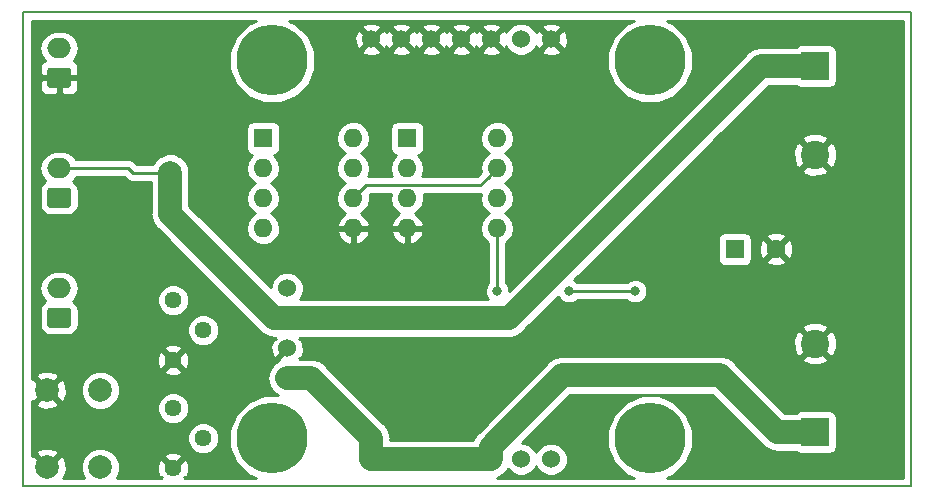
<source format=gbl>
%TF.GenerationSoftware,KiCad,Pcbnew,5.0.2+dfsg1-1*%
%TF.CreationDate,2022-03-26T23:48:49+09:00*%
%TF.ProjectId,pwm-esc,70776d2d-6573-4632-9e6b-696361645f70,rev?*%
%TF.SameCoordinates,Original*%
%TF.FileFunction,Copper,L2,Bot*%
%TF.FilePolarity,Positive*%
%FSLAX46Y46*%
G04 Gerber Fmt 4.6, Leading zero omitted, Abs format (unit mm)*
G04 Created by KiCad (PCBNEW 5.0.2+dfsg1-1) date Sat 26 Mar 2022 11:48:49 PM JST*
%MOMM*%
%LPD*%
G01*
G04 APERTURE LIST*
%ADD10C,0.150000*%
%ADD11C,2.400000*%
%ADD12R,2.400000X2.400000*%
%ADD13R,1.600000X1.600000*%
%ADD14C,1.600000*%
%ADD15O,2.000000X1.700000*%
%ADD16C,0.100000*%
%ADD17C,1.700000*%
%ADD18C,1.440000*%
%ADD19C,2.000000*%
%ADD20O,1.600000X1.600000*%
%ADD21C,1.524000*%
%ADD22C,6.000000*%
%ADD23C,0.800000*%
%ADD24C,2.000000*%
%ADD25C,0.250000*%
%ADD26C,0.254000*%
G04 APERTURE END LIST*
D10*
X109728000Y-121920000D02*
X109728000Y-81788000D01*
X184912000Y-121920000D02*
X109728000Y-121920000D01*
X184912000Y-81788000D02*
X184912000Y-121920000D01*
X109728000Y-81788000D02*
X184912000Y-81788000D01*
D11*
X176784000Y-93860000D03*
D12*
X176784000Y-86360000D03*
D13*
X169982000Y-101854000D03*
D14*
X173482000Y-101854000D03*
D12*
X176784000Y-117348000D03*
D11*
X176784000Y-109848000D03*
D15*
X112776000Y-84836000D03*
D16*
G36*
X113550504Y-86487204D02*
X113574773Y-86490804D01*
X113598571Y-86496765D01*
X113621671Y-86505030D01*
X113643849Y-86515520D01*
X113664893Y-86528133D01*
X113684598Y-86542747D01*
X113702777Y-86559223D01*
X113719253Y-86577402D01*
X113733867Y-86597107D01*
X113746480Y-86618151D01*
X113756970Y-86640329D01*
X113765235Y-86663429D01*
X113771196Y-86687227D01*
X113774796Y-86711496D01*
X113776000Y-86736000D01*
X113776000Y-87936000D01*
X113774796Y-87960504D01*
X113771196Y-87984773D01*
X113765235Y-88008571D01*
X113756970Y-88031671D01*
X113746480Y-88053849D01*
X113733867Y-88074893D01*
X113719253Y-88094598D01*
X113702777Y-88112777D01*
X113684598Y-88129253D01*
X113664893Y-88143867D01*
X113643849Y-88156480D01*
X113621671Y-88166970D01*
X113598571Y-88175235D01*
X113574773Y-88181196D01*
X113550504Y-88184796D01*
X113526000Y-88186000D01*
X112026000Y-88186000D01*
X112001496Y-88184796D01*
X111977227Y-88181196D01*
X111953429Y-88175235D01*
X111930329Y-88166970D01*
X111908151Y-88156480D01*
X111887107Y-88143867D01*
X111867402Y-88129253D01*
X111849223Y-88112777D01*
X111832747Y-88094598D01*
X111818133Y-88074893D01*
X111805520Y-88053849D01*
X111795030Y-88031671D01*
X111786765Y-88008571D01*
X111780804Y-87984773D01*
X111777204Y-87960504D01*
X111776000Y-87936000D01*
X111776000Y-86736000D01*
X111777204Y-86711496D01*
X111780804Y-86687227D01*
X111786765Y-86663429D01*
X111795030Y-86640329D01*
X111805520Y-86618151D01*
X111818133Y-86597107D01*
X111832747Y-86577402D01*
X111849223Y-86559223D01*
X111867402Y-86542747D01*
X111887107Y-86528133D01*
X111908151Y-86515520D01*
X111930329Y-86505030D01*
X111953429Y-86496765D01*
X111977227Y-86490804D01*
X112001496Y-86487204D01*
X112026000Y-86486000D01*
X113526000Y-86486000D01*
X113550504Y-86487204D01*
X113550504Y-86487204D01*
G37*
D17*
X112776000Y-87336000D03*
D16*
G36*
X113550504Y-106807204D02*
X113574773Y-106810804D01*
X113598571Y-106816765D01*
X113621671Y-106825030D01*
X113643849Y-106835520D01*
X113664893Y-106848133D01*
X113684598Y-106862747D01*
X113702777Y-106879223D01*
X113719253Y-106897402D01*
X113733867Y-106917107D01*
X113746480Y-106938151D01*
X113756970Y-106960329D01*
X113765235Y-106983429D01*
X113771196Y-107007227D01*
X113774796Y-107031496D01*
X113776000Y-107056000D01*
X113776000Y-108256000D01*
X113774796Y-108280504D01*
X113771196Y-108304773D01*
X113765235Y-108328571D01*
X113756970Y-108351671D01*
X113746480Y-108373849D01*
X113733867Y-108394893D01*
X113719253Y-108414598D01*
X113702777Y-108432777D01*
X113684598Y-108449253D01*
X113664893Y-108463867D01*
X113643849Y-108476480D01*
X113621671Y-108486970D01*
X113598571Y-108495235D01*
X113574773Y-108501196D01*
X113550504Y-108504796D01*
X113526000Y-108506000D01*
X112026000Y-108506000D01*
X112001496Y-108504796D01*
X111977227Y-108501196D01*
X111953429Y-108495235D01*
X111930329Y-108486970D01*
X111908151Y-108476480D01*
X111887107Y-108463867D01*
X111867402Y-108449253D01*
X111849223Y-108432777D01*
X111832747Y-108414598D01*
X111818133Y-108394893D01*
X111805520Y-108373849D01*
X111795030Y-108351671D01*
X111786765Y-108328571D01*
X111780804Y-108304773D01*
X111777204Y-108280504D01*
X111776000Y-108256000D01*
X111776000Y-107056000D01*
X111777204Y-107031496D01*
X111780804Y-107007227D01*
X111786765Y-106983429D01*
X111795030Y-106960329D01*
X111805520Y-106938151D01*
X111818133Y-106917107D01*
X111832747Y-106897402D01*
X111849223Y-106879223D01*
X111867402Y-106862747D01*
X111887107Y-106848133D01*
X111908151Y-106835520D01*
X111930329Y-106825030D01*
X111953429Y-106816765D01*
X111977227Y-106810804D01*
X112001496Y-106807204D01*
X112026000Y-106806000D01*
X113526000Y-106806000D01*
X113550504Y-106807204D01*
X113550504Y-106807204D01*
G37*
D17*
X112776000Y-107656000D03*
D15*
X112776000Y-105156000D03*
D16*
G36*
X113550504Y-96647204D02*
X113574773Y-96650804D01*
X113598571Y-96656765D01*
X113621671Y-96665030D01*
X113643849Y-96675520D01*
X113664893Y-96688133D01*
X113684598Y-96702747D01*
X113702777Y-96719223D01*
X113719253Y-96737402D01*
X113733867Y-96757107D01*
X113746480Y-96778151D01*
X113756970Y-96800329D01*
X113765235Y-96823429D01*
X113771196Y-96847227D01*
X113774796Y-96871496D01*
X113776000Y-96896000D01*
X113776000Y-98096000D01*
X113774796Y-98120504D01*
X113771196Y-98144773D01*
X113765235Y-98168571D01*
X113756970Y-98191671D01*
X113746480Y-98213849D01*
X113733867Y-98234893D01*
X113719253Y-98254598D01*
X113702777Y-98272777D01*
X113684598Y-98289253D01*
X113664893Y-98303867D01*
X113643849Y-98316480D01*
X113621671Y-98326970D01*
X113598571Y-98335235D01*
X113574773Y-98341196D01*
X113550504Y-98344796D01*
X113526000Y-98346000D01*
X112026000Y-98346000D01*
X112001496Y-98344796D01*
X111977227Y-98341196D01*
X111953429Y-98335235D01*
X111930329Y-98326970D01*
X111908151Y-98316480D01*
X111887107Y-98303867D01*
X111867402Y-98289253D01*
X111849223Y-98272777D01*
X111832747Y-98254598D01*
X111818133Y-98234893D01*
X111805520Y-98213849D01*
X111795030Y-98191671D01*
X111786765Y-98168571D01*
X111780804Y-98144773D01*
X111777204Y-98120504D01*
X111776000Y-98096000D01*
X111776000Y-96896000D01*
X111777204Y-96871496D01*
X111780804Y-96847227D01*
X111786765Y-96823429D01*
X111795030Y-96800329D01*
X111805520Y-96778151D01*
X111818133Y-96757107D01*
X111832747Y-96737402D01*
X111849223Y-96719223D01*
X111867402Y-96702747D01*
X111887107Y-96688133D01*
X111908151Y-96675520D01*
X111930329Y-96665030D01*
X111953429Y-96656765D01*
X111977227Y-96650804D01*
X112001496Y-96647204D01*
X112026000Y-96646000D01*
X113526000Y-96646000D01*
X113550504Y-96647204D01*
X113550504Y-96647204D01*
G37*
D17*
X112776000Y-97496000D03*
D15*
X112776000Y-94996000D03*
D18*
X122428000Y-120396000D03*
X124968000Y-117856000D03*
X122428000Y-115316000D03*
X122428000Y-106172000D03*
X124968000Y-108712000D03*
X122428000Y-111252000D03*
D19*
X111760000Y-113792000D03*
X116260000Y-113792000D03*
X111760000Y-120292000D03*
X116260000Y-120292000D03*
D13*
X130048000Y-92456000D03*
D20*
X137668000Y-100076000D03*
X130048000Y-94996000D03*
X137668000Y-97536000D03*
X130048000Y-97536000D03*
X137668000Y-94996000D03*
X130048000Y-100076000D03*
X137668000Y-92456000D03*
X149860000Y-92456000D03*
X142240000Y-100076000D03*
X149860000Y-94996000D03*
X142240000Y-97536000D03*
X149860000Y-97536000D03*
X142240000Y-94996000D03*
X149860000Y-100076000D03*
D13*
X142240000Y-92456000D03*
D21*
X132080000Y-105156000D03*
X132080000Y-107696000D03*
X132080000Y-110236000D03*
X132080000Y-112776000D03*
D22*
X162810000Y-117856000D03*
X130810000Y-85856000D03*
X162810000Y-85856000D03*
X130810000Y-117856000D03*
D21*
X139190000Y-84076000D03*
X141730000Y-84076000D03*
X144270000Y-84076000D03*
X146810000Y-84076000D03*
X149350000Y-84076000D03*
X151890000Y-84076000D03*
X154430000Y-84076000D03*
X139190000Y-119636000D03*
X141730000Y-119636000D03*
X144270000Y-119636000D03*
X146810000Y-119636000D03*
X149350000Y-119636000D03*
X151890000Y-119636000D03*
X154430000Y-119636000D03*
D23*
X117094000Y-101092000D03*
X157734000Y-91694000D03*
X149860000Y-90170000D03*
D19*
X122174000Y-95377000D03*
D23*
X149860000Y-105410000D03*
X155956000Y-105410000D03*
X161544000Y-105410000D03*
D24*
X132080000Y-107696000D02*
X150876000Y-107696000D01*
X172212000Y-86360000D02*
X176784000Y-86360000D01*
X150876000Y-107696000D02*
X172212000Y-86360000D01*
X122174000Y-95942685D02*
X122174000Y-95377000D01*
X122174000Y-98867630D02*
X122174000Y-95942685D01*
X131002370Y-107696000D02*
X122174000Y-98867630D01*
X132080000Y-107696000D02*
X131002370Y-107696000D01*
D25*
X121793000Y-94996000D02*
X122174000Y-95377000D01*
X112776000Y-94996000D02*
X118618000Y-94996000D01*
X118999000Y-95377000D02*
X122174000Y-95377000D01*
X118618000Y-94996000D02*
X118999000Y-95377000D01*
D24*
X139190000Y-119636000D02*
X139190000Y-117854000D01*
X134112000Y-112776000D02*
X132080000Y-112776000D01*
X139190000Y-117854000D02*
X134112000Y-112776000D01*
X139190000Y-119636000D02*
X149350000Y-119636000D01*
X149350000Y-118558370D02*
X155386370Y-112522000D01*
X149350000Y-119636000D02*
X149350000Y-118558370D01*
X173584000Y-117348000D02*
X176784000Y-117348000D01*
X168758000Y-112522000D02*
X173584000Y-117348000D01*
X155386370Y-112522000D02*
X168758000Y-112522000D01*
D25*
X149860000Y-100076000D02*
X149860000Y-105410000D01*
X155956000Y-105410000D02*
X161544000Y-105410000D01*
X149060001Y-95795999D02*
X149860000Y-94996000D01*
X138793001Y-96410999D02*
X148445001Y-96410999D01*
X148445001Y-96410999D02*
X149060001Y-95795999D01*
X137668000Y-97536000D02*
X138793001Y-96410999D01*
D26*
G36*
X128750938Y-82774396D02*
X127728396Y-83796938D01*
X127175000Y-85132954D01*
X127175000Y-86579046D01*
X127728396Y-87915062D01*
X128750938Y-88937604D01*
X130086954Y-89491000D01*
X131533046Y-89491000D01*
X132869062Y-88937604D01*
X133891604Y-87915062D01*
X134445000Y-86579046D01*
X134445000Y-85132954D01*
X134413213Y-85056213D01*
X138389392Y-85056213D01*
X138458857Y-85298397D01*
X138982302Y-85485144D01*
X139537368Y-85457362D01*
X139921143Y-85298397D01*
X139990608Y-85056213D01*
X140929392Y-85056213D01*
X140998857Y-85298397D01*
X141522302Y-85485144D01*
X142077368Y-85457362D01*
X142461143Y-85298397D01*
X142530608Y-85056213D01*
X143469392Y-85056213D01*
X143538857Y-85298397D01*
X144062302Y-85485144D01*
X144617368Y-85457362D01*
X145001143Y-85298397D01*
X145070608Y-85056213D01*
X146009392Y-85056213D01*
X146078857Y-85298397D01*
X146602302Y-85485144D01*
X147157368Y-85457362D01*
X147541143Y-85298397D01*
X147610608Y-85056213D01*
X148549392Y-85056213D01*
X148618857Y-85298397D01*
X149142302Y-85485144D01*
X149697368Y-85457362D01*
X150081143Y-85298397D01*
X150150608Y-85056213D01*
X149350000Y-84255605D01*
X148549392Y-85056213D01*
X147610608Y-85056213D01*
X146810000Y-84255605D01*
X146009392Y-85056213D01*
X145070608Y-85056213D01*
X144270000Y-84255605D01*
X143469392Y-85056213D01*
X142530608Y-85056213D01*
X141730000Y-84255605D01*
X140929392Y-85056213D01*
X139990608Y-85056213D01*
X139190000Y-84255605D01*
X138389392Y-85056213D01*
X134413213Y-85056213D01*
X133921164Y-83868302D01*
X137780856Y-83868302D01*
X137808638Y-84423368D01*
X137967603Y-84807143D01*
X138209787Y-84876608D01*
X139010395Y-84076000D01*
X139369605Y-84076000D01*
X140170213Y-84876608D01*
X140412397Y-84807143D01*
X140456453Y-84683656D01*
X140507603Y-84807143D01*
X140749787Y-84876608D01*
X141550395Y-84076000D01*
X141909605Y-84076000D01*
X142710213Y-84876608D01*
X142952397Y-84807143D01*
X142996453Y-84683656D01*
X143047603Y-84807143D01*
X143289787Y-84876608D01*
X144090395Y-84076000D01*
X144449605Y-84076000D01*
X145250213Y-84876608D01*
X145492397Y-84807143D01*
X145536453Y-84683656D01*
X145587603Y-84807143D01*
X145829787Y-84876608D01*
X146630395Y-84076000D01*
X146989605Y-84076000D01*
X147790213Y-84876608D01*
X148032397Y-84807143D01*
X148076453Y-84683656D01*
X148127603Y-84807143D01*
X148369787Y-84876608D01*
X149170395Y-84076000D01*
X149529605Y-84076000D01*
X150330213Y-84876608D01*
X150572397Y-84807143D01*
X150622535Y-84666607D01*
X150705680Y-84867337D01*
X151098663Y-85260320D01*
X151612119Y-85473000D01*
X152167881Y-85473000D01*
X152681337Y-85260320D01*
X152885444Y-85056213D01*
X153629392Y-85056213D01*
X153698857Y-85298397D01*
X154222302Y-85485144D01*
X154777368Y-85457362D01*
X155161143Y-85298397D01*
X155230608Y-85056213D01*
X154430000Y-84255605D01*
X153629392Y-85056213D01*
X152885444Y-85056213D01*
X153074320Y-84867337D01*
X153153428Y-84676353D01*
X153207603Y-84807143D01*
X153449787Y-84876608D01*
X154250395Y-84076000D01*
X154609605Y-84076000D01*
X155410213Y-84876608D01*
X155652397Y-84807143D01*
X155839144Y-84283698D01*
X155811362Y-83728632D01*
X155652397Y-83344857D01*
X155410213Y-83275392D01*
X154609605Y-84076000D01*
X154250395Y-84076000D01*
X153449787Y-83275392D01*
X153207603Y-83344857D01*
X153157465Y-83485393D01*
X153074320Y-83284663D01*
X152885444Y-83095787D01*
X153629392Y-83095787D01*
X154430000Y-83896395D01*
X155230608Y-83095787D01*
X155161143Y-82853603D01*
X154637698Y-82666856D01*
X154082632Y-82694638D01*
X153698857Y-82853603D01*
X153629392Y-83095787D01*
X152885444Y-83095787D01*
X152681337Y-82891680D01*
X152167881Y-82679000D01*
X151612119Y-82679000D01*
X151098663Y-82891680D01*
X150705680Y-83284663D01*
X150626572Y-83475647D01*
X150572397Y-83344857D01*
X150330213Y-83275392D01*
X149529605Y-84076000D01*
X149170395Y-84076000D01*
X148369787Y-83275392D01*
X148127603Y-83344857D01*
X148083547Y-83468344D01*
X148032397Y-83344857D01*
X147790213Y-83275392D01*
X146989605Y-84076000D01*
X146630395Y-84076000D01*
X145829787Y-83275392D01*
X145587603Y-83344857D01*
X145543547Y-83468344D01*
X145492397Y-83344857D01*
X145250213Y-83275392D01*
X144449605Y-84076000D01*
X144090395Y-84076000D01*
X143289787Y-83275392D01*
X143047603Y-83344857D01*
X143003547Y-83468344D01*
X142952397Y-83344857D01*
X142710213Y-83275392D01*
X141909605Y-84076000D01*
X141550395Y-84076000D01*
X140749787Y-83275392D01*
X140507603Y-83344857D01*
X140463547Y-83468344D01*
X140412397Y-83344857D01*
X140170213Y-83275392D01*
X139369605Y-84076000D01*
X139010395Y-84076000D01*
X138209787Y-83275392D01*
X137967603Y-83344857D01*
X137780856Y-83868302D01*
X133921164Y-83868302D01*
X133891604Y-83796938D01*
X133190453Y-83095787D01*
X138389392Y-83095787D01*
X139190000Y-83896395D01*
X139990608Y-83095787D01*
X140929392Y-83095787D01*
X141730000Y-83896395D01*
X142530608Y-83095787D01*
X143469392Y-83095787D01*
X144270000Y-83896395D01*
X145070608Y-83095787D01*
X146009392Y-83095787D01*
X146810000Y-83896395D01*
X147610608Y-83095787D01*
X148549392Y-83095787D01*
X149350000Y-83896395D01*
X150150608Y-83095787D01*
X150081143Y-82853603D01*
X149557698Y-82666856D01*
X149002632Y-82694638D01*
X148618857Y-82853603D01*
X148549392Y-83095787D01*
X147610608Y-83095787D01*
X147541143Y-82853603D01*
X147017698Y-82666856D01*
X146462632Y-82694638D01*
X146078857Y-82853603D01*
X146009392Y-83095787D01*
X145070608Y-83095787D01*
X145001143Y-82853603D01*
X144477698Y-82666856D01*
X143922632Y-82694638D01*
X143538857Y-82853603D01*
X143469392Y-83095787D01*
X142530608Y-83095787D01*
X142461143Y-82853603D01*
X141937698Y-82666856D01*
X141382632Y-82694638D01*
X140998857Y-82853603D01*
X140929392Y-83095787D01*
X139990608Y-83095787D01*
X139921143Y-82853603D01*
X139397698Y-82666856D01*
X138842632Y-82694638D01*
X138458857Y-82853603D01*
X138389392Y-83095787D01*
X133190453Y-83095787D01*
X132869062Y-82774396D01*
X132201783Y-82498000D01*
X161418217Y-82498000D01*
X160750938Y-82774396D01*
X159728396Y-83796938D01*
X159175000Y-85132954D01*
X159175000Y-86579046D01*
X159728396Y-87915062D01*
X160750938Y-88937604D01*
X162086954Y-89491000D01*
X163533046Y-89491000D01*
X164869062Y-88937604D01*
X165891604Y-87915062D01*
X166445000Y-86579046D01*
X166445000Y-85132954D01*
X165891604Y-83796938D01*
X164869062Y-82774396D01*
X164201783Y-82498000D01*
X184202000Y-82498000D01*
X184202001Y-121210000D01*
X164211440Y-121210000D01*
X164869062Y-120937604D01*
X165891604Y-119915062D01*
X166445000Y-118579046D01*
X166445000Y-117132954D01*
X165891604Y-115796938D01*
X164869062Y-114774396D01*
X163533046Y-114221000D01*
X162086954Y-114221000D01*
X160750938Y-114774396D01*
X159728396Y-115796938D01*
X159175000Y-117132954D01*
X159175000Y-118579046D01*
X159728396Y-119915062D01*
X160750938Y-120937604D01*
X161408560Y-121210000D01*
X149817699Y-121210000D01*
X149987945Y-121176136D01*
X150528769Y-120814769D01*
X150754813Y-120476470D01*
X151098663Y-120820320D01*
X151612119Y-121033000D01*
X152167881Y-121033000D01*
X152681337Y-120820320D01*
X153074320Y-120427337D01*
X153160000Y-120220487D01*
X153245680Y-120427337D01*
X153638663Y-120820320D01*
X154152119Y-121033000D01*
X154707881Y-121033000D01*
X155221337Y-120820320D01*
X155614320Y-120427337D01*
X155827000Y-119913881D01*
X155827000Y-119358119D01*
X155614320Y-118844663D01*
X155221337Y-118451680D01*
X154707881Y-118239000D01*
X154152119Y-118239000D01*
X153638663Y-118451680D01*
X153245680Y-118844663D01*
X153160000Y-119051513D01*
X153074320Y-118844663D01*
X152681337Y-118451680D01*
X152167881Y-118239000D01*
X151981608Y-118239000D01*
X156063609Y-114157000D01*
X168080762Y-114157000D01*
X172314014Y-118390253D01*
X172405231Y-118526769D01*
X172619807Y-118670144D01*
X172946054Y-118888136D01*
X173584000Y-119015031D01*
X173745031Y-118983000D01*
X175110950Y-118983000D01*
X175126191Y-119005809D01*
X175336235Y-119146157D01*
X175584000Y-119195440D01*
X177984000Y-119195440D01*
X178231765Y-119146157D01*
X178441809Y-119005809D01*
X178582157Y-118795765D01*
X178631440Y-118548000D01*
X178631440Y-116148000D01*
X178582157Y-115900235D01*
X178441809Y-115690191D01*
X178231765Y-115549843D01*
X177984000Y-115500560D01*
X175584000Y-115500560D01*
X175336235Y-115549843D01*
X175126191Y-115690191D01*
X175110950Y-115713000D01*
X174261239Y-115713000D01*
X170027988Y-111479750D01*
X169936769Y-111343231D01*
X169640358Y-111145175D01*
X175666430Y-111145175D01*
X175789565Y-111432788D01*
X176471734Y-111692707D01*
X177201443Y-111671786D01*
X177778435Y-111432788D01*
X177901570Y-111145175D01*
X176784000Y-110027605D01*
X175666430Y-111145175D01*
X169640358Y-111145175D01*
X169395945Y-110981864D01*
X168919031Y-110887000D01*
X168919030Y-110887000D01*
X168758000Y-110854969D01*
X168596970Y-110887000D01*
X155547395Y-110887000D01*
X155386369Y-110854970D01*
X155225343Y-110887000D01*
X155225339Y-110887000D01*
X154748425Y-110981864D01*
X154207601Y-111343231D01*
X154116384Y-111479747D01*
X148307748Y-117288384D01*
X148171232Y-117379601D01*
X147809864Y-117920425D01*
X147793837Y-118001000D01*
X140827790Y-118001000D01*
X140857030Y-117853999D01*
X140825000Y-117692973D01*
X140825000Y-117692969D01*
X140730136Y-117216055D01*
X140368769Y-116675231D01*
X140232253Y-116584014D01*
X135381988Y-111733750D01*
X135290769Y-111597231D01*
X134749945Y-111235864D01*
X134273031Y-111141000D01*
X134273030Y-111141000D01*
X134112000Y-111108969D01*
X133950970Y-111141000D01*
X133164608Y-111141000D01*
X133060215Y-111036607D01*
X133302397Y-110967143D01*
X133489144Y-110443698D01*
X133461362Y-109888632D01*
X133315187Y-109535734D01*
X174939293Y-109535734D01*
X174960214Y-110265443D01*
X175199212Y-110842435D01*
X175486825Y-110965570D01*
X176604395Y-109848000D01*
X176963605Y-109848000D01*
X178081175Y-110965570D01*
X178368788Y-110842435D01*
X178628707Y-110160266D01*
X178607786Y-109430557D01*
X178368788Y-108853565D01*
X178081175Y-108730430D01*
X176963605Y-109848000D01*
X176604395Y-109848000D01*
X175486825Y-108730430D01*
X175199212Y-108853565D01*
X174939293Y-109535734D01*
X133315187Y-109535734D01*
X133302397Y-109504857D01*
X133060215Y-109435393D01*
X133164608Y-109331000D01*
X150714970Y-109331000D01*
X150876000Y-109363031D01*
X151037030Y-109331000D01*
X151037031Y-109331000D01*
X151513945Y-109236136D01*
X152054769Y-108874769D01*
X152145988Y-108738250D01*
X152333413Y-108550825D01*
X175666430Y-108550825D01*
X176784000Y-109668395D01*
X177901570Y-108550825D01*
X177778435Y-108263212D01*
X177096266Y-108003293D01*
X176366557Y-108024214D01*
X175789565Y-108263212D01*
X175666430Y-108550825D01*
X152333413Y-108550825D01*
X155022740Y-105861498D01*
X155078569Y-105996280D01*
X155369720Y-106287431D01*
X155750126Y-106445000D01*
X156161874Y-106445000D01*
X156542280Y-106287431D01*
X156659711Y-106170000D01*
X160840289Y-106170000D01*
X160957720Y-106287431D01*
X161338126Y-106445000D01*
X161749874Y-106445000D01*
X162130280Y-106287431D01*
X162421431Y-105996280D01*
X162579000Y-105615874D01*
X162579000Y-105204126D01*
X162421431Y-104823720D01*
X162130280Y-104532569D01*
X161749874Y-104375000D01*
X161338126Y-104375000D01*
X160957720Y-104532569D01*
X160840289Y-104650000D01*
X156659711Y-104650000D01*
X156542280Y-104532569D01*
X156407498Y-104476741D01*
X159830239Y-101054000D01*
X168534560Y-101054000D01*
X168534560Y-102654000D01*
X168583843Y-102901765D01*
X168724191Y-103111809D01*
X168934235Y-103252157D01*
X169182000Y-103301440D01*
X170782000Y-103301440D01*
X171029765Y-103252157D01*
X171239809Y-103111809D01*
X171380157Y-102901765D01*
X171388117Y-102861745D01*
X172653861Y-102861745D01*
X172727995Y-103107864D01*
X173265223Y-103300965D01*
X173835454Y-103273778D01*
X174236005Y-103107864D01*
X174310139Y-102861745D01*
X173482000Y-102033605D01*
X172653861Y-102861745D01*
X171388117Y-102861745D01*
X171429440Y-102654000D01*
X171429440Y-101637223D01*
X172035035Y-101637223D01*
X172062222Y-102207454D01*
X172228136Y-102608005D01*
X172474255Y-102682139D01*
X173302395Y-101854000D01*
X173661605Y-101854000D01*
X174489745Y-102682139D01*
X174735864Y-102608005D01*
X174928965Y-102070777D01*
X174901778Y-101500546D01*
X174735864Y-101099995D01*
X174489745Y-101025861D01*
X173661605Y-101854000D01*
X173302395Y-101854000D01*
X172474255Y-101025861D01*
X172228136Y-101099995D01*
X172035035Y-101637223D01*
X171429440Y-101637223D01*
X171429440Y-101054000D01*
X171388118Y-100846255D01*
X172653861Y-100846255D01*
X173482000Y-101674395D01*
X174310139Y-100846255D01*
X174236005Y-100600136D01*
X173698777Y-100407035D01*
X173128546Y-100434222D01*
X172727995Y-100600136D01*
X172653861Y-100846255D01*
X171388118Y-100846255D01*
X171380157Y-100806235D01*
X171239809Y-100596191D01*
X171029765Y-100455843D01*
X170782000Y-100406560D01*
X169182000Y-100406560D01*
X168934235Y-100455843D01*
X168724191Y-100596191D01*
X168583843Y-100806235D01*
X168534560Y-101054000D01*
X159830239Y-101054000D01*
X165727064Y-95157175D01*
X175666430Y-95157175D01*
X175789565Y-95444788D01*
X176471734Y-95704707D01*
X177201443Y-95683786D01*
X177778435Y-95444788D01*
X177901570Y-95157175D01*
X176784000Y-94039605D01*
X175666430Y-95157175D01*
X165727064Y-95157175D01*
X167336505Y-93547734D01*
X174939293Y-93547734D01*
X174960214Y-94277443D01*
X175199212Y-94854435D01*
X175486825Y-94977570D01*
X176604395Y-93860000D01*
X176963605Y-93860000D01*
X178081175Y-94977570D01*
X178368788Y-94854435D01*
X178628707Y-94172266D01*
X178607786Y-93442557D01*
X178368788Y-92865565D01*
X178081175Y-92742430D01*
X176963605Y-93860000D01*
X176604395Y-93860000D01*
X175486825Y-92742430D01*
X175199212Y-92865565D01*
X174939293Y-93547734D01*
X167336505Y-93547734D01*
X168321414Y-92562825D01*
X175666430Y-92562825D01*
X176784000Y-93680395D01*
X177901570Y-92562825D01*
X177778435Y-92275212D01*
X177096266Y-92015293D01*
X176366557Y-92036214D01*
X175789565Y-92275212D01*
X175666430Y-92562825D01*
X168321414Y-92562825D01*
X172889240Y-87995000D01*
X175110950Y-87995000D01*
X175126191Y-88017809D01*
X175336235Y-88158157D01*
X175584000Y-88207440D01*
X177984000Y-88207440D01*
X178231765Y-88158157D01*
X178441809Y-88017809D01*
X178582157Y-87807765D01*
X178631440Y-87560000D01*
X178631440Y-85160000D01*
X178582157Y-84912235D01*
X178441809Y-84702191D01*
X178231765Y-84561843D01*
X177984000Y-84512560D01*
X175584000Y-84512560D01*
X175336235Y-84561843D01*
X175126191Y-84702191D01*
X175110950Y-84725000D01*
X172373031Y-84725000D01*
X172212000Y-84692969D01*
X171574054Y-84819864D01*
X171169746Y-85090014D01*
X171169744Y-85090016D01*
X171033231Y-85181231D01*
X170942016Y-85317744D01*
X150895000Y-105364762D01*
X150895000Y-105204126D01*
X150737431Y-104823720D01*
X150620000Y-104706289D01*
X150620000Y-101294043D01*
X150894577Y-101110577D01*
X151211740Y-100635909D01*
X151323113Y-100076000D01*
X151211740Y-99516091D01*
X150894577Y-99041423D01*
X150542242Y-98806000D01*
X150894577Y-98570577D01*
X151211740Y-98095909D01*
X151323113Y-97536000D01*
X151211740Y-96976091D01*
X150894577Y-96501423D01*
X150542242Y-96266000D01*
X150894577Y-96030577D01*
X151211740Y-95555909D01*
X151323113Y-94996000D01*
X151211740Y-94436091D01*
X150894577Y-93961423D01*
X150542242Y-93726000D01*
X150894577Y-93490577D01*
X151211740Y-93015909D01*
X151323113Y-92456000D01*
X151211740Y-91896091D01*
X150894577Y-91421423D01*
X150419909Y-91104260D01*
X150001333Y-91021000D01*
X149718667Y-91021000D01*
X149300091Y-91104260D01*
X148825423Y-91421423D01*
X148508260Y-91896091D01*
X148396887Y-92456000D01*
X148508260Y-93015909D01*
X148825423Y-93490577D01*
X149177758Y-93726000D01*
X148825423Y-93961423D01*
X148508260Y-94436091D01*
X148396887Y-94996000D01*
X148461312Y-95319885D01*
X148130199Y-95650999D01*
X143528203Y-95650999D01*
X143591740Y-95555909D01*
X143703113Y-94996000D01*
X143591740Y-94436091D01*
X143274577Y-93961423D01*
X143153894Y-93880785D01*
X143287765Y-93854157D01*
X143497809Y-93713809D01*
X143638157Y-93503765D01*
X143687440Y-93256000D01*
X143687440Y-91656000D01*
X143638157Y-91408235D01*
X143497809Y-91198191D01*
X143287765Y-91057843D01*
X143040000Y-91008560D01*
X141440000Y-91008560D01*
X141192235Y-91057843D01*
X140982191Y-91198191D01*
X140841843Y-91408235D01*
X140792560Y-91656000D01*
X140792560Y-93256000D01*
X140841843Y-93503765D01*
X140982191Y-93713809D01*
X141192235Y-93854157D01*
X141326106Y-93880785D01*
X141205423Y-93961423D01*
X140888260Y-94436091D01*
X140776887Y-94996000D01*
X140888260Y-95555909D01*
X140951797Y-95650999D01*
X138956203Y-95650999D01*
X139019740Y-95555909D01*
X139131113Y-94996000D01*
X139019740Y-94436091D01*
X138702577Y-93961423D01*
X138350242Y-93726000D01*
X138702577Y-93490577D01*
X139019740Y-93015909D01*
X139131113Y-92456000D01*
X139019740Y-91896091D01*
X138702577Y-91421423D01*
X138227909Y-91104260D01*
X137809333Y-91021000D01*
X137526667Y-91021000D01*
X137108091Y-91104260D01*
X136633423Y-91421423D01*
X136316260Y-91896091D01*
X136204887Y-92456000D01*
X136316260Y-93015909D01*
X136633423Y-93490577D01*
X136985758Y-93726000D01*
X136633423Y-93961423D01*
X136316260Y-94436091D01*
X136204887Y-94996000D01*
X136316260Y-95555909D01*
X136633423Y-96030577D01*
X136985758Y-96266000D01*
X136633423Y-96501423D01*
X136316260Y-96976091D01*
X136204887Y-97536000D01*
X136316260Y-98095909D01*
X136633423Y-98570577D01*
X137017108Y-98826947D01*
X136812866Y-98923611D01*
X136436959Y-99338577D01*
X136276096Y-99726961D01*
X136398085Y-99949000D01*
X137541000Y-99949000D01*
X137541000Y-99929000D01*
X137795000Y-99929000D01*
X137795000Y-99949000D01*
X138937915Y-99949000D01*
X139059904Y-99726961D01*
X138899041Y-99338577D01*
X138523134Y-98923611D01*
X138318892Y-98826947D01*
X138702577Y-98570577D01*
X139019740Y-98095909D01*
X139131113Y-97536000D01*
X139066688Y-97212114D01*
X139107803Y-97170999D01*
X140849490Y-97170999D01*
X140776887Y-97536000D01*
X140888260Y-98095909D01*
X141205423Y-98570577D01*
X141589108Y-98826947D01*
X141384866Y-98923611D01*
X141008959Y-99338577D01*
X140848096Y-99726961D01*
X140970085Y-99949000D01*
X142113000Y-99949000D01*
X142113000Y-99929000D01*
X142367000Y-99929000D01*
X142367000Y-99949000D01*
X143509915Y-99949000D01*
X143631904Y-99726961D01*
X143471041Y-99338577D01*
X143095134Y-98923611D01*
X142890892Y-98826947D01*
X143274577Y-98570577D01*
X143591740Y-98095909D01*
X143703113Y-97536000D01*
X143630510Y-97170999D01*
X148370154Y-97170999D01*
X148445001Y-97185887D01*
X148467416Y-97181428D01*
X148396887Y-97536000D01*
X148508260Y-98095909D01*
X148825423Y-98570577D01*
X149177758Y-98806000D01*
X148825423Y-99041423D01*
X148508260Y-99516091D01*
X148396887Y-100076000D01*
X148508260Y-100635909D01*
X148825423Y-101110577D01*
X149100000Y-101294044D01*
X149100001Y-104706288D01*
X148982569Y-104823720D01*
X148825000Y-105204126D01*
X148825000Y-105615874D01*
X148982569Y-105996280D01*
X149047289Y-106061000D01*
X133150657Y-106061000D01*
X133264320Y-105947337D01*
X133477000Y-105433881D01*
X133477000Y-104878119D01*
X133264320Y-104364663D01*
X132871337Y-103971680D01*
X132357881Y-103759000D01*
X131802119Y-103759000D01*
X131288663Y-103971680D01*
X130895680Y-104364663D01*
X130683000Y-104878119D01*
X130683000Y-105064391D01*
X123809000Y-98190392D01*
X123809000Y-95051778D01*
X123785896Y-94996000D01*
X128584887Y-94996000D01*
X128696260Y-95555909D01*
X129013423Y-96030577D01*
X129365758Y-96266000D01*
X129013423Y-96501423D01*
X128696260Y-96976091D01*
X128584887Y-97536000D01*
X128696260Y-98095909D01*
X129013423Y-98570577D01*
X129365758Y-98806000D01*
X129013423Y-99041423D01*
X128696260Y-99516091D01*
X128584887Y-100076000D01*
X128696260Y-100635909D01*
X129013423Y-101110577D01*
X129488091Y-101427740D01*
X129906667Y-101511000D01*
X130189333Y-101511000D01*
X130607909Y-101427740D01*
X131082577Y-101110577D01*
X131399740Y-100635909D01*
X131441684Y-100425039D01*
X136276096Y-100425039D01*
X136436959Y-100813423D01*
X136812866Y-101228389D01*
X137318959Y-101467914D01*
X137541000Y-101346629D01*
X137541000Y-100203000D01*
X137795000Y-100203000D01*
X137795000Y-101346629D01*
X138017041Y-101467914D01*
X138523134Y-101228389D01*
X138899041Y-100813423D01*
X139059904Y-100425039D01*
X140848096Y-100425039D01*
X141008959Y-100813423D01*
X141384866Y-101228389D01*
X141890959Y-101467914D01*
X142113000Y-101346629D01*
X142113000Y-100203000D01*
X142367000Y-100203000D01*
X142367000Y-101346629D01*
X142589041Y-101467914D01*
X143095134Y-101228389D01*
X143471041Y-100813423D01*
X143631904Y-100425039D01*
X143509915Y-100203000D01*
X142367000Y-100203000D01*
X142113000Y-100203000D01*
X140970085Y-100203000D01*
X140848096Y-100425039D01*
X139059904Y-100425039D01*
X138937915Y-100203000D01*
X137795000Y-100203000D01*
X137541000Y-100203000D01*
X136398085Y-100203000D01*
X136276096Y-100425039D01*
X131441684Y-100425039D01*
X131511113Y-100076000D01*
X131399740Y-99516091D01*
X131082577Y-99041423D01*
X130730242Y-98806000D01*
X131082577Y-98570577D01*
X131399740Y-98095909D01*
X131511113Y-97536000D01*
X131399740Y-96976091D01*
X131082577Y-96501423D01*
X130730242Y-96266000D01*
X131082577Y-96030577D01*
X131399740Y-95555909D01*
X131511113Y-94996000D01*
X131399740Y-94436091D01*
X131082577Y-93961423D01*
X130961894Y-93880785D01*
X131095765Y-93854157D01*
X131305809Y-93713809D01*
X131446157Y-93503765D01*
X131495440Y-93256000D01*
X131495440Y-91656000D01*
X131446157Y-91408235D01*
X131305809Y-91198191D01*
X131095765Y-91057843D01*
X130848000Y-91008560D01*
X129248000Y-91008560D01*
X129000235Y-91057843D01*
X128790191Y-91198191D01*
X128649843Y-91408235D01*
X128600560Y-91656000D01*
X128600560Y-93256000D01*
X128649843Y-93503765D01*
X128790191Y-93713809D01*
X129000235Y-93854157D01*
X129134106Y-93880785D01*
X129013423Y-93961423D01*
X128696260Y-94436091D01*
X128584887Y-94996000D01*
X123785896Y-94996000D01*
X123746167Y-94900086D01*
X123714136Y-94739055D01*
X123622919Y-94602539D01*
X123560086Y-94450847D01*
X123443986Y-94334747D01*
X123352769Y-94198231D01*
X123216253Y-94107014D01*
X123100153Y-93990914D01*
X122948461Y-93928081D01*
X122811945Y-93836864D01*
X122650914Y-93804833D01*
X122499222Y-93742000D01*
X122335031Y-93742000D01*
X122174000Y-93709969D01*
X122012969Y-93742000D01*
X121848778Y-93742000D01*
X121697085Y-93804833D01*
X121536056Y-93836864D01*
X121399541Y-93928080D01*
X121247847Y-93990914D01*
X121131747Y-94107014D01*
X120995231Y-94198231D01*
X120904014Y-94334747D01*
X120787914Y-94450847D01*
X120725081Y-94602539D01*
X120715419Y-94617000D01*
X119313801Y-94617000D01*
X119208331Y-94511529D01*
X119165929Y-94448071D01*
X118914537Y-94280096D01*
X118692852Y-94236000D01*
X118692847Y-94236000D01*
X118618000Y-94221112D01*
X118543153Y-94236000D01*
X114204178Y-94236000D01*
X113996625Y-93925375D01*
X113505418Y-93597161D01*
X113072256Y-93511000D01*
X112479744Y-93511000D01*
X112046582Y-93597161D01*
X111555375Y-93925375D01*
X111227161Y-94416582D01*
X111111908Y-94996000D01*
X111227161Y-95575418D01*
X111555375Y-96066625D01*
X111619156Y-96109242D01*
X111391414Y-96261414D01*
X111196874Y-96552565D01*
X111128560Y-96896000D01*
X111128560Y-98096000D01*
X111196874Y-98439435D01*
X111391414Y-98730586D01*
X111682565Y-98925126D01*
X112026000Y-98993440D01*
X113526000Y-98993440D01*
X113869435Y-98925126D01*
X114160586Y-98730586D01*
X114355126Y-98439435D01*
X114423440Y-98096000D01*
X114423440Y-96896000D01*
X114355126Y-96552565D01*
X114160586Y-96261414D01*
X113932844Y-96109242D01*
X113996625Y-96066625D01*
X114204178Y-95756000D01*
X118303198Y-95756000D01*
X118408671Y-95861472D01*
X118451071Y-95924929D01*
X118702463Y-96092904D01*
X118924148Y-96137000D01*
X118924152Y-96137000D01*
X118998999Y-96151888D01*
X119073846Y-96137000D01*
X120539001Y-96137000D01*
X120539000Y-98706600D01*
X120506969Y-98867630D01*
X120539000Y-99028660D01*
X120633864Y-99505574D01*
X120995231Y-100046399D01*
X121131750Y-100137618D01*
X129732384Y-108738253D01*
X129823601Y-108874769D01*
X130031381Y-109013603D01*
X130364424Y-109236136D01*
X131002370Y-109363031D01*
X131023266Y-109358874D01*
X131099785Y-109435393D01*
X130857603Y-109504857D01*
X130670856Y-110028302D01*
X130698638Y-110583368D01*
X130857603Y-110967143D01*
X131099787Y-111036608D01*
X131900395Y-110236000D01*
X131886253Y-110221858D01*
X132065858Y-110042253D01*
X132080000Y-110056395D01*
X132094143Y-110042253D01*
X132273748Y-110221858D01*
X132259605Y-110236000D01*
X132273748Y-110250143D01*
X132094143Y-110429748D01*
X132080000Y-110415605D01*
X131279392Y-111216213D01*
X131310283Y-111323911D01*
X130901231Y-111597231D01*
X130539864Y-112138055D01*
X130412969Y-112776000D01*
X130539864Y-113413945D01*
X130901231Y-113954769D01*
X131299674Y-114221000D01*
X130086954Y-114221000D01*
X128750938Y-114774396D01*
X127728396Y-115796938D01*
X127175000Y-117132954D01*
X127175000Y-118579046D01*
X127728396Y-119915062D01*
X128750938Y-120937604D01*
X129408560Y-121210000D01*
X123421608Y-121210000D01*
X123377776Y-121166168D01*
X123615611Y-121101869D01*
X123795333Y-120593658D01*
X123766892Y-120055356D01*
X123615611Y-119690131D01*
X123377774Y-119625831D01*
X122607605Y-120396000D01*
X122621748Y-120410143D01*
X122442143Y-120589748D01*
X122428000Y-120575605D01*
X122413858Y-120589748D01*
X122234253Y-120410143D01*
X122248395Y-120396000D01*
X121478226Y-119625831D01*
X121240389Y-119690131D01*
X121060667Y-120198342D01*
X121089108Y-120736644D01*
X121240389Y-121101869D01*
X121478224Y-121166168D01*
X121434392Y-121210000D01*
X117649463Y-121210000D01*
X117895000Y-120617222D01*
X117895000Y-119966778D01*
X117679381Y-119446226D01*
X121657831Y-119446226D01*
X122428000Y-120216395D01*
X123198169Y-119446226D01*
X123133869Y-119208389D01*
X122625658Y-119028667D01*
X122087356Y-119057108D01*
X121722131Y-119208389D01*
X121657831Y-119446226D01*
X117679381Y-119446226D01*
X117646086Y-119365847D01*
X117186153Y-118905914D01*
X116585222Y-118657000D01*
X115934778Y-118657000D01*
X115333847Y-118905914D01*
X114873914Y-119365847D01*
X114625000Y-119966778D01*
X114625000Y-120617222D01*
X114870537Y-121210000D01*
X113061094Y-121210000D01*
X113179387Y-121166264D01*
X113405908Y-120556539D01*
X113381856Y-119906540D01*
X113179387Y-119417736D01*
X112912532Y-119319073D01*
X111939605Y-120292000D01*
X111953748Y-120306143D01*
X111774143Y-120485748D01*
X111760000Y-120471605D01*
X111745858Y-120485748D01*
X111566253Y-120306143D01*
X111580395Y-120292000D01*
X110607468Y-119319073D01*
X110438000Y-119381730D01*
X110438000Y-119139468D01*
X110787073Y-119139468D01*
X111760000Y-120112395D01*
X112732927Y-119139468D01*
X112634264Y-118872613D01*
X112024539Y-118646092D01*
X111374540Y-118670144D01*
X110885736Y-118872613D01*
X110787073Y-119139468D01*
X110438000Y-119139468D01*
X110438000Y-117586474D01*
X123613000Y-117586474D01*
X123613000Y-118125526D01*
X123819286Y-118623546D01*
X124200454Y-119004714D01*
X124698474Y-119211000D01*
X125237526Y-119211000D01*
X125735546Y-119004714D01*
X126116714Y-118623546D01*
X126323000Y-118125526D01*
X126323000Y-117586474D01*
X126116714Y-117088454D01*
X125735546Y-116707286D01*
X125237526Y-116501000D01*
X124698474Y-116501000D01*
X124200454Y-116707286D01*
X123819286Y-117088454D01*
X123613000Y-117586474D01*
X110438000Y-117586474D01*
X110438000Y-114944532D01*
X110787073Y-114944532D01*
X110885736Y-115211387D01*
X111495461Y-115437908D01*
X112145460Y-115413856D01*
X112634264Y-115211387D01*
X112732927Y-114944532D01*
X111760000Y-113971605D01*
X110787073Y-114944532D01*
X110438000Y-114944532D01*
X110438000Y-114702270D01*
X110607468Y-114764927D01*
X111580395Y-113792000D01*
X111939605Y-113792000D01*
X112912532Y-114764927D01*
X113179387Y-114666264D01*
X113405908Y-114056539D01*
X113384085Y-113466778D01*
X114625000Y-113466778D01*
X114625000Y-114117222D01*
X114873914Y-114718153D01*
X115333847Y-115178086D01*
X115934778Y-115427000D01*
X116585222Y-115427000D01*
X117186153Y-115178086D01*
X117317765Y-115046474D01*
X121073000Y-115046474D01*
X121073000Y-115585526D01*
X121279286Y-116083546D01*
X121660454Y-116464714D01*
X122158474Y-116671000D01*
X122697526Y-116671000D01*
X123195546Y-116464714D01*
X123576714Y-116083546D01*
X123783000Y-115585526D01*
X123783000Y-115046474D01*
X123576714Y-114548454D01*
X123195546Y-114167286D01*
X122697526Y-113961000D01*
X122158474Y-113961000D01*
X121660454Y-114167286D01*
X121279286Y-114548454D01*
X121073000Y-115046474D01*
X117317765Y-115046474D01*
X117646086Y-114718153D01*
X117895000Y-114117222D01*
X117895000Y-113466778D01*
X117646086Y-112865847D01*
X117186153Y-112405914D01*
X116693316Y-112201774D01*
X121657831Y-112201774D01*
X121722131Y-112439611D01*
X122230342Y-112619333D01*
X122768644Y-112590892D01*
X123133869Y-112439611D01*
X123198169Y-112201774D01*
X122428000Y-111431605D01*
X121657831Y-112201774D01*
X116693316Y-112201774D01*
X116585222Y-112157000D01*
X115934778Y-112157000D01*
X115333847Y-112405914D01*
X114873914Y-112865847D01*
X114625000Y-113466778D01*
X113384085Y-113466778D01*
X113381856Y-113406540D01*
X113179387Y-112917736D01*
X112912532Y-112819073D01*
X111939605Y-113792000D01*
X111580395Y-113792000D01*
X110607468Y-112819073D01*
X110438000Y-112881730D01*
X110438000Y-112639468D01*
X110787073Y-112639468D01*
X111760000Y-113612395D01*
X112732927Y-112639468D01*
X112634264Y-112372613D01*
X112024539Y-112146092D01*
X111374540Y-112170144D01*
X110885736Y-112372613D01*
X110787073Y-112639468D01*
X110438000Y-112639468D01*
X110438000Y-111054342D01*
X121060667Y-111054342D01*
X121089108Y-111592644D01*
X121240389Y-111957869D01*
X121478226Y-112022169D01*
X122248395Y-111252000D01*
X122607605Y-111252000D01*
X123377774Y-112022169D01*
X123615611Y-111957869D01*
X123795333Y-111449658D01*
X123766892Y-110911356D01*
X123615611Y-110546131D01*
X123377774Y-110481831D01*
X122607605Y-111252000D01*
X122248395Y-111252000D01*
X121478226Y-110481831D01*
X121240389Y-110546131D01*
X121060667Y-111054342D01*
X110438000Y-111054342D01*
X110438000Y-110302226D01*
X121657831Y-110302226D01*
X122428000Y-111072395D01*
X123198169Y-110302226D01*
X123133869Y-110064389D01*
X122625658Y-109884667D01*
X122087356Y-109913108D01*
X121722131Y-110064389D01*
X121657831Y-110302226D01*
X110438000Y-110302226D01*
X110438000Y-105156000D01*
X111111908Y-105156000D01*
X111227161Y-105735418D01*
X111555375Y-106226625D01*
X111619156Y-106269242D01*
X111391414Y-106421414D01*
X111196874Y-106712565D01*
X111128560Y-107056000D01*
X111128560Y-108256000D01*
X111196874Y-108599435D01*
X111391414Y-108890586D01*
X111682565Y-109085126D01*
X112026000Y-109153440D01*
X113526000Y-109153440D01*
X113869435Y-109085126D01*
X114160586Y-108890586D01*
X114355126Y-108599435D01*
X114386347Y-108442474D01*
X123613000Y-108442474D01*
X123613000Y-108981526D01*
X123819286Y-109479546D01*
X124200454Y-109860714D01*
X124698474Y-110067000D01*
X125237526Y-110067000D01*
X125735546Y-109860714D01*
X126116714Y-109479546D01*
X126323000Y-108981526D01*
X126323000Y-108442474D01*
X126116714Y-107944454D01*
X125735546Y-107563286D01*
X125237526Y-107357000D01*
X124698474Y-107357000D01*
X124200454Y-107563286D01*
X123819286Y-107944454D01*
X123613000Y-108442474D01*
X114386347Y-108442474D01*
X114423440Y-108256000D01*
X114423440Y-107056000D01*
X114355126Y-106712565D01*
X114160586Y-106421414D01*
X113932844Y-106269242D01*
X113996625Y-106226625D01*
X114213215Y-105902474D01*
X121073000Y-105902474D01*
X121073000Y-106441526D01*
X121279286Y-106939546D01*
X121660454Y-107320714D01*
X122158474Y-107527000D01*
X122697526Y-107527000D01*
X123195546Y-107320714D01*
X123576714Y-106939546D01*
X123783000Y-106441526D01*
X123783000Y-105902474D01*
X123576714Y-105404454D01*
X123195546Y-105023286D01*
X122697526Y-104817000D01*
X122158474Y-104817000D01*
X121660454Y-105023286D01*
X121279286Y-105404454D01*
X121073000Y-105902474D01*
X114213215Y-105902474D01*
X114324839Y-105735418D01*
X114440092Y-105156000D01*
X114324839Y-104576582D01*
X113996625Y-104085375D01*
X113505418Y-103757161D01*
X113072256Y-103671000D01*
X112479744Y-103671000D01*
X112046582Y-103757161D01*
X111555375Y-104085375D01*
X111227161Y-104576582D01*
X111111908Y-105156000D01*
X110438000Y-105156000D01*
X110438000Y-87621750D01*
X111141000Y-87621750D01*
X111141000Y-88312309D01*
X111237673Y-88545698D01*
X111416301Y-88724327D01*
X111649690Y-88821000D01*
X112490250Y-88821000D01*
X112649000Y-88662250D01*
X112649000Y-87463000D01*
X112903000Y-87463000D01*
X112903000Y-88662250D01*
X113061750Y-88821000D01*
X113902310Y-88821000D01*
X114135699Y-88724327D01*
X114314327Y-88545698D01*
X114411000Y-88312309D01*
X114411000Y-87621750D01*
X114252250Y-87463000D01*
X112903000Y-87463000D01*
X112649000Y-87463000D01*
X111299750Y-87463000D01*
X111141000Y-87621750D01*
X110438000Y-87621750D01*
X110438000Y-84836000D01*
X111111908Y-84836000D01*
X111227161Y-85415418D01*
X111546709Y-85893656D01*
X111416301Y-85947673D01*
X111237673Y-86126302D01*
X111141000Y-86359691D01*
X111141000Y-87050250D01*
X111299750Y-87209000D01*
X112649000Y-87209000D01*
X112649000Y-87189000D01*
X112903000Y-87189000D01*
X112903000Y-87209000D01*
X114252250Y-87209000D01*
X114411000Y-87050250D01*
X114411000Y-86359691D01*
X114314327Y-86126302D01*
X114135699Y-85947673D01*
X114005291Y-85893656D01*
X114324839Y-85415418D01*
X114440092Y-84836000D01*
X114324839Y-84256582D01*
X113996625Y-83765375D01*
X113505418Y-83437161D01*
X113072256Y-83351000D01*
X112479744Y-83351000D01*
X112046582Y-83437161D01*
X111555375Y-83765375D01*
X111227161Y-84256582D01*
X111111908Y-84836000D01*
X110438000Y-84836000D01*
X110438000Y-82498000D01*
X129418217Y-82498000D01*
X128750938Y-82774396D01*
X128750938Y-82774396D01*
G37*
X128750938Y-82774396D02*
X127728396Y-83796938D01*
X127175000Y-85132954D01*
X127175000Y-86579046D01*
X127728396Y-87915062D01*
X128750938Y-88937604D01*
X130086954Y-89491000D01*
X131533046Y-89491000D01*
X132869062Y-88937604D01*
X133891604Y-87915062D01*
X134445000Y-86579046D01*
X134445000Y-85132954D01*
X134413213Y-85056213D01*
X138389392Y-85056213D01*
X138458857Y-85298397D01*
X138982302Y-85485144D01*
X139537368Y-85457362D01*
X139921143Y-85298397D01*
X139990608Y-85056213D01*
X140929392Y-85056213D01*
X140998857Y-85298397D01*
X141522302Y-85485144D01*
X142077368Y-85457362D01*
X142461143Y-85298397D01*
X142530608Y-85056213D01*
X143469392Y-85056213D01*
X143538857Y-85298397D01*
X144062302Y-85485144D01*
X144617368Y-85457362D01*
X145001143Y-85298397D01*
X145070608Y-85056213D01*
X146009392Y-85056213D01*
X146078857Y-85298397D01*
X146602302Y-85485144D01*
X147157368Y-85457362D01*
X147541143Y-85298397D01*
X147610608Y-85056213D01*
X148549392Y-85056213D01*
X148618857Y-85298397D01*
X149142302Y-85485144D01*
X149697368Y-85457362D01*
X150081143Y-85298397D01*
X150150608Y-85056213D01*
X149350000Y-84255605D01*
X148549392Y-85056213D01*
X147610608Y-85056213D01*
X146810000Y-84255605D01*
X146009392Y-85056213D01*
X145070608Y-85056213D01*
X144270000Y-84255605D01*
X143469392Y-85056213D01*
X142530608Y-85056213D01*
X141730000Y-84255605D01*
X140929392Y-85056213D01*
X139990608Y-85056213D01*
X139190000Y-84255605D01*
X138389392Y-85056213D01*
X134413213Y-85056213D01*
X133921164Y-83868302D01*
X137780856Y-83868302D01*
X137808638Y-84423368D01*
X137967603Y-84807143D01*
X138209787Y-84876608D01*
X139010395Y-84076000D01*
X139369605Y-84076000D01*
X140170213Y-84876608D01*
X140412397Y-84807143D01*
X140456453Y-84683656D01*
X140507603Y-84807143D01*
X140749787Y-84876608D01*
X141550395Y-84076000D01*
X141909605Y-84076000D01*
X142710213Y-84876608D01*
X142952397Y-84807143D01*
X142996453Y-84683656D01*
X143047603Y-84807143D01*
X143289787Y-84876608D01*
X144090395Y-84076000D01*
X144449605Y-84076000D01*
X145250213Y-84876608D01*
X145492397Y-84807143D01*
X145536453Y-84683656D01*
X145587603Y-84807143D01*
X145829787Y-84876608D01*
X146630395Y-84076000D01*
X146989605Y-84076000D01*
X147790213Y-84876608D01*
X148032397Y-84807143D01*
X148076453Y-84683656D01*
X148127603Y-84807143D01*
X148369787Y-84876608D01*
X149170395Y-84076000D01*
X149529605Y-84076000D01*
X150330213Y-84876608D01*
X150572397Y-84807143D01*
X150622535Y-84666607D01*
X150705680Y-84867337D01*
X151098663Y-85260320D01*
X151612119Y-85473000D01*
X152167881Y-85473000D01*
X152681337Y-85260320D01*
X152885444Y-85056213D01*
X153629392Y-85056213D01*
X153698857Y-85298397D01*
X154222302Y-85485144D01*
X154777368Y-85457362D01*
X155161143Y-85298397D01*
X155230608Y-85056213D01*
X154430000Y-84255605D01*
X153629392Y-85056213D01*
X152885444Y-85056213D01*
X153074320Y-84867337D01*
X153153428Y-84676353D01*
X153207603Y-84807143D01*
X153449787Y-84876608D01*
X154250395Y-84076000D01*
X154609605Y-84076000D01*
X155410213Y-84876608D01*
X155652397Y-84807143D01*
X155839144Y-84283698D01*
X155811362Y-83728632D01*
X155652397Y-83344857D01*
X155410213Y-83275392D01*
X154609605Y-84076000D01*
X154250395Y-84076000D01*
X153449787Y-83275392D01*
X153207603Y-83344857D01*
X153157465Y-83485393D01*
X153074320Y-83284663D01*
X152885444Y-83095787D01*
X153629392Y-83095787D01*
X154430000Y-83896395D01*
X155230608Y-83095787D01*
X155161143Y-82853603D01*
X154637698Y-82666856D01*
X154082632Y-82694638D01*
X153698857Y-82853603D01*
X153629392Y-83095787D01*
X152885444Y-83095787D01*
X152681337Y-82891680D01*
X152167881Y-82679000D01*
X151612119Y-82679000D01*
X151098663Y-82891680D01*
X150705680Y-83284663D01*
X150626572Y-83475647D01*
X150572397Y-83344857D01*
X150330213Y-83275392D01*
X149529605Y-84076000D01*
X149170395Y-84076000D01*
X148369787Y-83275392D01*
X148127603Y-83344857D01*
X148083547Y-83468344D01*
X148032397Y-83344857D01*
X147790213Y-83275392D01*
X146989605Y-84076000D01*
X146630395Y-84076000D01*
X145829787Y-83275392D01*
X145587603Y-83344857D01*
X145543547Y-83468344D01*
X145492397Y-83344857D01*
X145250213Y-83275392D01*
X144449605Y-84076000D01*
X144090395Y-84076000D01*
X143289787Y-83275392D01*
X143047603Y-83344857D01*
X143003547Y-83468344D01*
X142952397Y-83344857D01*
X142710213Y-83275392D01*
X141909605Y-84076000D01*
X141550395Y-84076000D01*
X140749787Y-83275392D01*
X140507603Y-83344857D01*
X140463547Y-83468344D01*
X140412397Y-83344857D01*
X140170213Y-83275392D01*
X139369605Y-84076000D01*
X139010395Y-84076000D01*
X138209787Y-83275392D01*
X137967603Y-83344857D01*
X137780856Y-83868302D01*
X133921164Y-83868302D01*
X133891604Y-83796938D01*
X133190453Y-83095787D01*
X138389392Y-83095787D01*
X139190000Y-83896395D01*
X139990608Y-83095787D01*
X140929392Y-83095787D01*
X141730000Y-83896395D01*
X142530608Y-83095787D01*
X143469392Y-83095787D01*
X144270000Y-83896395D01*
X145070608Y-83095787D01*
X146009392Y-83095787D01*
X146810000Y-83896395D01*
X147610608Y-83095787D01*
X148549392Y-83095787D01*
X149350000Y-83896395D01*
X150150608Y-83095787D01*
X150081143Y-82853603D01*
X149557698Y-82666856D01*
X149002632Y-82694638D01*
X148618857Y-82853603D01*
X148549392Y-83095787D01*
X147610608Y-83095787D01*
X147541143Y-82853603D01*
X147017698Y-82666856D01*
X146462632Y-82694638D01*
X146078857Y-82853603D01*
X146009392Y-83095787D01*
X145070608Y-83095787D01*
X145001143Y-82853603D01*
X144477698Y-82666856D01*
X143922632Y-82694638D01*
X143538857Y-82853603D01*
X143469392Y-83095787D01*
X142530608Y-83095787D01*
X142461143Y-82853603D01*
X141937698Y-82666856D01*
X141382632Y-82694638D01*
X140998857Y-82853603D01*
X140929392Y-83095787D01*
X139990608Y-83095787D01*
X139921143Y-82853603D01*
X139397698Y-82666856D01*
X138842632Y-82694638D01*
X138458857Y-82853603D01*
X138389392Y-83095787D01*
X133190453Y-83095787D01*
X132869062Y-82774396D01*
X132201783Y-82498000D01*
X161418217Y-82498000D01*
X160750938Y-82774396D01*
X159728396Y-83796938D01*
X159175000Y-85132954D01*
X159175000Y-86579046D01*
X159728396Y-87915062D01*
X160750938Y-88937604D01*
X162086954Y-89491000D01*
X163533046Y-89491000D01*
X164869062Y-88937604D01*
X165891604Y-87915062D01*
X166445000Y-86579046D01*
X166445000Y-85132954D01*
X165891604Y-83796938D01*
X164869062Y-82774396D01*
X164201783Y-82498000D01*
X184202000Y-82498000D01*
X184202001Y-121210000D01*
X164211440Y-121210000D01*
X164869062Y-120937604D01*
X165891604Y-119915062D01*
X166445000Y-118579046D01*
X166445000Y-117132954D01*
X165891604Y-115796938D01*
X164869062Y-114774396D01*
X163533046Y-114221000D01*
X162086954Y-114221000D01*
X160750938Y-114774396D01*
X159728396Y-115796938D01*
X159175000Y-117132954D01*
X159175000Y-118579046D01*
X159728396Y-119915062D01*
X160750938Y-120937604D01*
X161408560Y-121210000D01*
X149817699Y-121210000D01*
X149987945Y-121176136D01*
X150528769Y-120814769D01*
X150754813Y-120476470D01*
X151098663Y-120820320D01*
X151612119Y-121033000D01*
X152167881Y-121033000D01*
X152681337Y-120820320D01*
X153074320Y-120427337D01*
X153160000Y-120220487D01*
X153245680Y-120427337D01*
X153638663Y-120820320D01*
X154152119Y-121033000D01*
X154707881Y-121033000D01*
X155221337Y-120820320D01*
X155614320Y-120427337D01*
X155827000Y-119913881D01*
X155827000Y-119358119D01*
X155614320Y-118844663D01*
X155221337Y-118451680D01*
X154707881Y-118239000D01*
X154152119Y-118239000D01*
X153638663Y-118451680D01*
X153245680Y-118844663D01*
X153160000Y-119051513D01*
X153074320Y-118844663D01*
X152681337Y-118451680D01*
X152167881Y-118239000D01*
X151981608Y-118239000D01*
X156063609Y-114157000D01*
X168080762Y-114157000D01*
X172314014Y-118390253D01*
X172405231Y-118526769D01*
X172619807Y-118670144D01*
X172946054Y-118888136D01*
X173584000Y-119015031D01*
X173745031Y-118983000D01*
X175110950Y-118983000D01*
X175126191Y-119005809D01*
X175336235Y-119146157D01*
X175584000Y-119195440D01*
X177984000Y-119195440D01*
X178231765Y-119146157D01*
X178441809Y-119005809D01*
X178582157Y-118795765D01*
X178631440Y-118548000D01*
X178631440Y-116148000D01*
X178582157Y-115900235D01*
X178441809Y-115690191D01*
X178231765Y-115549843D01*
X177984000Y-115500560D01*
X175584000Y-115500560D01*
X175336235Y-115549843D01*
X175126191Y-115690191D01*
X175110950Y-115713000D01*
X174261239Y-115713000D01*
X170027988Y-111479750D01*
X169936769Y-111343231D01*
X169640358Y-111145175D01*
X175666430Y-111145175D01*
X175789565Y-111432788D01*
X176471734Y-111692707D01*
X177201443Y-111671786D01*
X177778435Y-111432788D01*
X177901570Y-111145175D01*
X176784000Y-110027605D01*
X175666430Y-111145175D01*
X169640358Y-111145175D01*
X169395945Y-110981864D01*
X168919031Y-110887000D01*
X168919030Y-110887000D01*
X168758000Y-110854969D01*
X168596970Y-110887000D01*
X155547395Y-110887000D01*
X155386369Y-110854970D01*
X155225343Y-110887000D01*
X155225339Y-110887000D01*
X154748425Y-110981864D01*
X154207601Y-111343231D01*
X154116384Y-111479747D01*
X148307748Y-117288384D01*
X148171232Y-117379601D01*
X147809864Y-117920425D01*
X147793837Y-118001000D01*
X140827790Y-118001000D01*
X140857030Y-117853999D01*
X140825000Y-117692973D01*
X140825000Y-117692969D01*
X140730136Y-117216055D01*
X140368769Y-116675231D01*
X140232253Y-116584014D01*
X135381988Y-111733750D01*
X135290769Y-111597231D01*
X134749945Y-111235864D01*
X134273031Y-111141000D01*
X134273030Y-111141000D01*
X134112000Y-111108969D01*
X133950970Y-111141000D01*
X133164608Y-111141000D01*
X133060215Y-111036607D01*
X133302397Y-110967143D01*
X133489144Y-110443698D01*
X133461362Y-109888632D01*
X133315187Y-109535734D01*
X174939293Y-109535734D01*
X174960214Y-110265443D01*
X175199212Y-110842435D01*
X175486825Y-110965570D01*
X176604395Y-109848000D01*
X176963605Y-109848000D01*
X178081175Y-110965570D01*
X178368788Y-110842435D01*
X178628707Y-110160266D01*
X178607786Y-109430557D01*
X178368788Y-108853565D01*
X178081175Y-108730430D01*
X176963605Y-109848000D01*
X176604395Y-109848000D01*
X175486825Y-108730430D01*
X175199212Y-108853565D01*
X174939293Y-109535734D01*
X133315187Y-109535734D01*
X133302397Y-109504857D01*
X133060215Y-109435393D01*
X133164608Y-109331000D01*
X150714970Y-109331000D01*
X150876000Y-109363031D01*
X151037030Y-109331000D01*
X151037031Y-109331000D01*
X151513945Y-109236136D01*
X152054769Y-108874769D01*
X152145988Y-108738250D01*
X152333413Y-108550825D01*
X175666430Y-108550825D01*
X176784000Y-109668395D01*
X177901570Y-108550825D01*
X177778435Y-108263212D01*
X177096266Y-108003293D01*
X176366557Y-108024214D01*
X175789565Y-108263212D01*
X175666430Y-108550825D01*
X152333413Y-108550825D01*
X155022740Y-105861498D01*
X155078569Y-105996280D01*
X155369720Y-106287431D01*
X155750126Y-106445000D01*
X156161874Y-106445000D01*
X156542280Y-106287431D01*
X156659711Y-106170000D01*
X160840289Y-106170000D01*
X160957720Y-106287431D01*
X161338126Y-106445000D01*
X161749874Y-106445000D01*
X162130280Y-106287431D01*
X162421431Y-105996280D01*
X162579000Y-105615874D01*
X162579000Y-105204126D01*
X162421431Y-104823720D01*
X162130280Y-104532569D01*
X161749874Y-104375000D01*
X161338126Y-104375000D01*
X160957720Y-104532569D01*
X160840289Y-104650000D01*
X156659711Y-104650000D01*
X156542280Y-104532569D01*
X156407498Y-104476741D01*
X159830239Y-101054000D01*
X168534560Y-101054000D01*
X168534560Y-102654000D01*
X168583843Y-102901765D01*
X168724191Y-103111809D01*
X168934235Y-103252157D01*
X169182000Y-103301440D01*
X170782000Y-103301440D01*
X171029765Y-103252157D01*
X171239809Y-103111809D01*
X171380157Y-102901765D01*
X171388117Y-102861745D01*
X172653861Y-102861745D01*
X172727995Y-103107864D01*
X173265223Y-103300965D01*
X173835454Y-103273778D01*
X174236005Y-103107864D01*
X174310139Y-102861745D01*
X173482000Y-102033605D01*
X172653861Y-102861745D01*
X171388117Y-102861745D01*
X171429440Y-102654000D01*
X171429440Y-101637223D01*
X172035035Y-101637223D01*
X172062222Y-102207454D01*
X172228136Y-102608005D01*
X172474255Y-102682139D01*
X173302395Y-101854000D01*
X173661605Y-101854000D01*
X174489745Y-102682139D01*
X174735864Y-102608005D01*
X174928965Y-102070777D01*
X174901778Y-101500546D01*
X174735864Y-101099995D01*
X174489745Y-101025861D01*
X173661605Y-101854000D01*
X173302395Y-101854000D01*
X172474255Y-101025861D01*
X172228136Y-101099995D01*
X172035035Y-101637223D01*
X171429440Y-101637223D01*
X171429440Y-101054000D01*
X171388118Y-100846255D01*
X172653861Y-100846255D01*
X173482000Y-101674395D01*
X174310139Y-100846255D01*
X174236005Y-100600136D01*
X173698777Y-100407035D01*
X173128546Y-100434222D01*
X172727995Y-100600136D01*
X172653861Y-100846255D01*
X171388118Y-100846255D01*
X171380157Y-100806235D01*
X171239809Y-100596191D01*
X171029765Y-100455843D01*
X170782000Y-100406560D01*
X169182000Y-100406560D01*
X168934235Y-100455843D01*
X168724191Y-100596191D01*
X168583843Y-100806235D01*
X168534560Y-101054000D01*
X159830239Y-101054000D01*
X165727064Y-95157175D01*
X175666430Y-95157175D01*
X175789565Y-95444788D01*
X176471734Y-95704707D01*
X177201443Y-95683786D01*
X177778435Y-95444788D01*
X177901570Y-95157175D01*
X176784000Y-94039605D01*
X175666430Y-95157175D01*
X165727064Y-95157175D01*
X167336505Y-93547734D01*
X174939293Y-93547734D01*
X174960214Y-94277443D01*
X175199212Y-94854435D01*
X175486825Y-94977570D01*
X176604395Y-93860000D01*
X176963605Y-93860000D01*
X178081175Y-94977570D01*
X178368788Y-94854435D01*
X178628707Y-94172266D01*
X178607786Y-93442557D01*
X178368788Y-92865565D01*
X178081175Y-92742430D01*
X176963605Y-93860000D01*
X176604395Y-93860000D01*
X175486825Y-92742430D01*
X175199212Y-92865565D01*
X174939293Y-93547734D01*
X167336505Y-93547734D01*
X168321414Y-92562825D01*
X175666430Y-92562825D01*
X176784000Y-93680395D01*
X177901570Y-92562825D01*
X177778435Y-92275212D01*
X177096266Y-92015293D01*
X176366557Y-92036214D01*
X175789565Y-92275212D01*
X175666430Y-92562825D01*
X168321414Y-92562825D01*
X172889240Y-87995000D01*
X175110950Y-87995000D01*
X175126191Y-88017809D01*
X175336235Y-88158157D01*
X175584000Y-88207440D01*
X177984000Y-88207440D01*
X178231765Y-88158157D01*
X178441809Y-88017809D01*
X178582157Y-87807765D01*
X178631440Y-87560000D01*
X178631440Y-85160000D01*
X178582157Y-84912235D01*
X178441809Y-84702191D01*
X178231765Y-84561843D01*
X177984000Y-84512560D01*
X175584000Y-84512560D01*
X175336235Y-84561843D01*
X175126191Y-84702191D01*
X175110950Y-84725000D01*
X172373031Y-84725000D01*
X172212000Y-84692969D01*
X171574054Y-84819864D01*
X171169746Y-85090014D01*
X171169744Y-85090016D01*
X171033231Y-85181231D01*
X170942016Y-85317744D01*
X150895000Y-105364762D01*
X150895000Y-105204126D01*
X150737431Y-104823720D01*
X150620000Y-104706289D01*
X150620000Y-101294043D01*
X150894577Y-101110577D01*
X151211740Y-100635909D01*
X151323113Y-100076000D01*
X151211740Y-99516091D01*
X150894577Y-99041423D01*
X150542242Y-98806000D01*
X150894577Y-98570577D01*
X151211740Y-98095909D01*
X151323113Y-97536000D01*
X151211740Y-96976091D01*
X150894577Y-96501423D01*
X150542242Y-96266000D01*
X150894577Y-96030577D01*
X151211740Y-95555909D01*
X151323113Y-94996000D01*
X151211740Y-94436091D01*
X150894577Y-93961423D01*
X150542242Y-93726000D01*
X150894577Y-93490577D01*
X151211740Y-93015909D01*
X151323113Y-92456000D01*
X151211740Y-91896091D01*
X150894577Y-91421423D01*
X150419909Y-91104260D01*
X150001333Y-91021000D01*
X149718667Y-91021000D01*
X149300091Y-91104260D01*
X148825423Y-91421423D01*
X148508260Y-91896091D01*
X148396887Y-92456000D01*
X148508260Y-93015909D01*
X148825423Y-93490577D01*
X149177758Y-93726000D01*
X148825423Y-93961423D01*
X148508260Y-94436091D01*
X148396887Y-94996000D01*
X148461312Y-95319885D01*
X148130199Y-95650999D01*
X143528203Y-95650999D01*
X143591740Y-95555909D01*
X143703113Y-94996000D01*
X143591740Y-94436091D01*
X143274577Y-93961423D01*
X143153894Y-93880785D01*
X143287765Y-93854157D01*
X143497809Y-93713809D01*
X143638157Y-93503765D01*
X143687440Y-93256000D01*
X143687440Y-91656000D01*
X143638157Y-91408235D01*
X143497809Y-91198191D01*
X143287765Y-91057843D01*
X143040000Y-91008560D01*
X141440000Y-91008560D01*
X141192235Y-91057843D01*
X140982191Y-91198191D01*
X140841843Y-91408235D01*
X140792560Y-91656000D01*
X140792560Y-93256000D01*
X140841843Y-93503765D01*
X140982191Y-93713809D01*
X141192235Y-93854157D01*
X141326106Y-93880785D01*
X141205423Y-93961423D01*
X140888260Y-94436091D01*
X140776887Y-94996000D01*
X140888260Y-95555909D01*
X140951797Y-95650999D01*
X138956203Y-95650999D01*
X139019740Y-95555909D01*
X139131113Y-94996000D01*
X139019740Y-94436091D01*
X138702577Y-93961423D01*
X138350242Y-93726000D01*
X138702577Y-93490577D01*
X139019740Y-93015909D01*
X139131113Y-92456000D01*
X139019740Y-91896091D01*
X138702577Y-91421423D01*
X138227909Y-91104260D01*
X137809333Y-91021000D01*
X137526667Y-91021000D01*
X137108091Y-91104260D01*
X136633423Y-91421423D01*
X136316260Y-91896091D01*
X136204887Y-92456000D01*
X136316260Y-93015909D01*
X136633423Y-93490577D01*
X136985758Y-93726000D01*
X136633423Y-93961423D01*
X136316260Y-94436091D01*
X136204887Y-94996000D01*
X136316260Y-95555909D01*
X136633423Y-96030577D01*
X136985758Y-96266000D01*
X136633423Y-96501423D01*
X136316260Y-96976091D01*
X136204887Y-97536000D01*
X136316260Y-98095909D01*
X136633423Y-98570577D01*
X137017108Y-98826947D01*
X136812866Y-98923611D01*
X136436959Y-99338577D01*
X136276096Y-99726961D01*
X136398085Y-99949000D01*
X137541000Y-99949000D01*
X137541000Y-99929000D01*
X137795000Y-99929000D01*
X137795000Y-99949000D01*
X138937915Y-99949000D01*
X139059904Y-99726961D01*
X138899041Y-99338577D01*
X138523134Y-98923611D01*
X138318892Y-98826947D01*
X138702577Y-98570577D01*
X139019740Y-98095909D01*
X139131113Y-97536000D01*
X139066688Y-97212114D01*
X139107803Y-97170999D01*
X140849490Y-97170999D01*
X140776887Y-97536000D01*
X140888260Y-98095909D01*
X141205423Y-98570577D01*
X141589108Y-98826947D01*
X141384866Y-98923611D01*
X141008959Y-99338577D01*
X140848096Y-99726961D01*
X140970085Y-99949000D01*
X142113000Y-99949000D01*
X142113000Y-99929000D01*
X142367000Y-99929000D01*
X142367000Y-99949000D01*
X143509915Y-99949000D01*
X143631904Y-99726961D01*
X143471041Y-99338577D01*
X143095134Y-98923611D01*
X142890892Y-98826947D01*
X143274577Y-98570577D01*
X143591740Y-98095909D01*
X143703113Y-97536000D01*
X143630510Y-97170999D01*
X148370154Y-97170999D01*
X148445001Y-97185887D01*
X148467416Y-97181428D01*
X148396887Y-97536000D01*
X148508260Y-98095909D01*
X148825423Y-98570577D01*
X149177758Y-98806000D01*
X148825423Y-99041423D01*
X148508260Y-99516091D01*
X148396887Y-100076000D01*
X148508260Y-100635909D01*
X148825423Y-101110577D01*
X149100000Y-101294044D01*
X149100001Y-104706288D01*
X148982569Y-104823720D01*
X148825000Y-105204126D01*
X148825000Y-105615874D01*
X148982569Y-105996280D01*
X149047289Y-106061000D01*
X133150657Y-106061000D01*
X133264320Y-105947337D01*
X133477000Y-105433881D01*
X133477000Y-104878119D01*
X133264320Y-104364663D01*
X132871337Y-103971680D01*
X132357881Y-103759000D01*
X131802119Y-103759000D01*
X131288663Y-103971680D01*
X130895680Y-104364663D01*
X130683000Y-104878119D01*
X130683000Y-105064391D01*
X123809000Y-98190392D01*
X123809000Y-95051778D01*
X123785896Y-94996000D01*
X128584887Y-94996000D01*
X128696260Y-95555909D01*
X129013423Y-96030577D01*
X129365758Y-96266000D01*
X129013423Y-96501423D01*
X128696260Y-96976091D01*
X128584887Y-97536000D01*
X128696260Y-98095909D01*
X129013423Y-98570577D01*
X129365758Y-98806000D01*
X129013423Y-99041423D01*
X128696260Y-99516091D01*
X128584887Y-100076000D01*
X128696260Y-100635909D01*
X129013423Y-101110577D01*
X129488091Y-101427740D01*
X129906667Y-101511000D01*
X130189333Y-101511000D01*
X130607909Y-101427740D01*
X131082577Y-101110577D01*
X131399740Y-100635909D01*
X131441684Y-100425039D01*
X136276096Y-100425039D01*
X136436959Y-100813423D01*
X136812866Y-101228389D01*
X137318959Y-101467914D01*
X137541000Y-101346629D01*
X137541000Y-100203000D01*
X137795000Y-100203000D01*
X137795000Y-101346629D01*
X138017041Y-101467914D01*
X138523134Y-101228389D01*
X138899041Y-100813423D01*
X139059904Y-100425039D01*
X140848096Y-100425039D01*
X141008959Y-100813423D01*
X141384866Y-101228389D01*
X141890959Y-101467914D01*
X142113000Y-101346629D01*
X142113000Y-100203000D01*
X142367000Y-100203000D01*
X142367000Y-101346629D01*
X142589041Y-101467914D01*
X143095134Y-101228389D01*
X143471041Y-100813423D01*
X143631904Y-100425039D01*
X143509915Y-100203000D01*
X142367000Y-100203000D01*
X142113000Y-100203000D01*
X140970085Y-100203000D01*
X140848096Y-100425039D01*
X139059904Y-100425039D01*
X138937915Y-100203000D01*
X137795000Y-100203000D01*
X137541000Y-100203000D01*
X136398085Y-100203000D01*
X136276096Y-100425039D01*
X131441684Y-100425039D01*
X131511113Y-100076000D01*
X131399740Y-99516091D01*
X131082577Y-99041423D01*
X130730242Y-98806000D01*
X131082577Y-98570577D01*
X131399740Y-98095909D01*
X131511113Y-97536000D01*
X131399740Y-96976091D01*
X131082577Y-96501423D01*
X130730242Y-96266000D01*
X131082577Y-96030577D01*
X131399740Y-95555909D01*
X131511113Y-94996000D01*
X131399740Y-94436091D01*
X131082577Y-93961423D01*
X130961894Y-93880785D01*
X131095765Y-93854157D01*
X131305809Y-93713809D01*
X131446157Y-93503765D01*
X131495440Y-93256000D01*
X131495440Y-91656000D01*
X131446157Y-91408235D01*
X131305809Y-91198191D01*
X131095765Y-91057843D01*
X130848000Y-91008560D01*
X129248000Y-91008560D01*
X129000235Y-91057843D01*
X128790191Y-91198191D01*
X128649843Y-91408235D01*
X128600560Y-91656000D01*
X128600560Y-93256000D01*
X128649843Y-93503765D01*
X128790191Y-93713809D01*
X129000235Y-93854157D01*
X129134106Y-93880785D01*
X129013423Y-93961423D01*
X128696260Y-94436091D01*
X128584887Y-94996000D01*
X123785896Y-94996000D01*
X123746167Y-94900086D01*
X123714136Y-94739055D01*
X123622919Y-94602539D01*
X123560086Y-94450847D01*
X123443986Y-94334747D01*
X123352769Y-94198231D01*
X123216253Y-94107014D01*
X123100153Y-93990914D01*
X122948461Y-93928081D01*
X122811945Y-93836864D01*
X122650914Y-93804833D01*
X122499222Y-93742000D01*
X122335031Y-93742000D01*
X122174000Y-93709969D01*
X122012969Y-93742000D01*
X121848778Y-93742000D01*
X121697085Y-93804833D01*
X121536056Y-93836864D01*
X121399541Y-93928080D01*
X121247847Y-93990914D01*
X121131747Y-94107014D01*
X120995231Y-94198231D01*
X120904014Y-94334747D01*
X120787914Y-94450847D01*
X120725081Y-94602539D01*
X120715419Y-94617000D01*
X119313801Y-94617000D01*
X119208331Y-94511529D01*
X119165929Y-94448071D01*
X118914537Y-94280096D01*
X118692852Y-94236000D01*
X118692847Y-94236000D01*
X118618000Y-94221112D01*
X118543153Y-94236000D01*
X114204178Y-94236000D01*
X113996625Y-93925375D01*
X113505418Y-93597161D01*
X113072256Y-93511000D01*
X112479744Y-93511000D01*
X112046582Y-93597161D01*
X111555375Y-93925375D01*
X111227161Y-94416582D01*
X111111908Y-94996000D01*
X111227161Y-95575418D01*
X111555375Y-96066625D01*
X111619156Y-96109242D01*
X111391414Y-96261414D01*
X111196874Y-96552565D01*
X111128560Y-96896000D01*
X111128560Y-98096000D01*
X111196874Y-98439435D01*
X111391414Y-98730586D01*
X111682565Y-98925126D01*
X112026000Y-98993440D01*
X113526000Y-98993440D01*
X113869435Y-98925126D01*
X114160586Y-98730586D01*
X114355126Y-98439435D01*
X114423440Y-98096000D01*
X114423440Y-96896000D01*
X114355126Y-96552565D01*
X114160586Y-96261414D01*
X113932844Y-96109242D01*
X113996625Y-96066625D01*
X114204178Y-95756000D01*
X118303198Y-95756000D01*
X118408671Y-95861472D01*
X118451071Y-95924929D01*
X118702463Y-96092904D01*
X118924148Y-96137000D01*
X118924152Y-96137000D01*
X118998999Y-96151888D01*
X119073846Y-96137000D01*
X120539001Y-96137000D01*
X120539000Y-98706600D01*
X120506969Y-98867630D01*
X120539000Y-99028660D01*
X120633864Y-99505574D01*
X120995231Y-100046399D01*
X121131750Y-100137618D01*
X129732384Y-108738253D01*
X129823601Y-108874769D01*
X130031381Y-109013603D01*
X130364424Y-109236136D01*
X131002370Y-109363031D01*
X131023266Y-109358874D01*
X131099785Y-109435393D01*
X130857603Y-109504857D01*
X130670856Y-110028302D01*
X130698638Y-110583368D01*
X130857603Y-110967143D01*
X131099787Y-111036608D01*
X131900395Y-110236000D01*
X131886253Y-110221858D01*
X132065858Y-110042253D01*
X132080000Y-110056395D01*
X132094143Y-110042253D01*
X132273748Y-110221858D01*
X132259605Y-110236000D01*
X132273748Y-110250143D01*
X132094143Y-110429748D01*
X132080000Y-110415605D01*
X131279392Y-111216213D01*
X131310283Y-111323911D01*
X130901231Y-111597231D01*
X130539864Y-112138055D01*
X130412969Y-112776000D01*
X130539864Y-113413945D01*
X130901231Y-113954769D01*
X131299674Y-114221000D01*
X130086954Y-114221000D01*
X128750938Y-114774396D01*
X127728396Y-115796938D01*
X127175000Y-117132954D01*
X127175000Y-118579046D01*
X127728396Y-119915062D01*
X128750938Y-120937604D01*
X129408560Y-121210000D01*
X123421608Y-121210000D01*
X123377776Y-121166168D01*
X123615611Y-121101869D01*
X123795333Y-120593658D01*
X123766892Y-120055356D01*
X123615611Y-119690131D01*
X123377774Y-119625831D01*
X122607605Y-120396000D01*
X122621748Y-120410143D01*
X122442143Y-120589748D01*
X122428000Y-120575605D01*
X122413858Y-120589748D01*
X122234253Y-120410143D01*
X122248395Y-120396000D01*
X121478226Y-119625831D01*
X121240389Y-119690131D01*
X121060667Y-120198342D01*
X121089108Y-120736644D01*
X121240389Y-121101869D01*
X121478224Y-121166168D01*
X121434392Y-121210000D01*
X117649463Y-121210000D01*
X117895000Y-120617222D01*
X117895000Y-119966778D01*
X117679381Y-119446226D01*
X121657831Y-119446226D01*
X122428000Y-120216395D01*
X123198169Y-119446226D01*
X123133869Y-119208389D01*
X122625658Y-119028667D01*
X122087356Y-119057108D01*
X121722131Y-119208389D01*
X121657831Y-119446226D01*
X117679381Y-119446226D01*
X117646086Y-119365847D01*
X117186153Y-118905914D01*
X116585222Y-118657000D01*
X115934778Y-118657000D01*
X115333847Y-118905914D01*
X114873914Y-119365847D01*
X114625000Y-119966778D01*
X114625000Y-120617222D01*
X114870537Y-121210000D01*
X113061094Y-121210000D01*
X113179387Y-121166264D01*
X113405908Y-120556539D01*
X113381856Y-119906540D01*
X113179387Y-119417736D01*
X112912532Y-119319073D01*
X111939605Y-120292000D01*
X111953748Y-120306143D01*
X111774143Y-120485748D01*
X111760000Y-120471605D01*
X111745858Y-120485748D01*
X111566253Y-120306143D01*
X111580395Y-120292000D01*
X110607468Y-119319073D01*
X110438000Y-119381730D01*
X110438000Y-119139468D01*
X110787073Y-119139468D01*
X111760000Y-120112395D01*
X112732927Y-119139468D01*
X112634264Y-118872613D01*
X112024539Y-118646092D01*
X111374540Y-118670144D01*
X110885736Y-118872613D01*
X110787073Y-119139468D01*
X110438000Y-119139468D01*
X110438000Y-117586474D01*
X123613000Y-117586474D01*
X123613000Y-118125526D01*
X123819286Y-118623546D01*
X124200454Y-119004714D01*
X124698474Y-119211000D01*
X125237526Y-119211000D01*
X125735546Y-119004714D01*
X126116714Y-118623546D01*
X126323000Y-118125526D01*
X126323000Y-117586474D01*
X126116714Y-117088454D01*
X125735546Y-116707286D01*
X125237526Y-116501000D01*
X124698474Y-116501000D01*
X124200454Y-116707286D01*
X123819286Y-117088454D01*
X123613000Y-117586474D01*
X110438000Y-117586474D01*
X110438000Y-114944532D01*
X110787073Y-114944532D01*
X110885736Y-115211387D01*
X111495461Y-115437908D01*
X112145460Y-115413856D01*
X112634264Y-115211387D01*
X112732927Y-114944532D01*
X111760000Y-113971605D01*
X110787073Y-114944532D01*
X110438000Y-114944532D01*
X110438000Y-114702270D01*
X110607468Y-114764927D01*
X111580395Y-113792000D01*
X111939605Y-113792000D01*
X112912532Y-114764927D01*
X113179387Y-114666264D01*
X113405908Y-114056539D01*
X113384085Y-113466778D01*
X114625000Y-113466778D01*
X114625000Y-114117222D01*
X114873914Y-114718153D01*
X115333847Y-115178086D01*
X115934778Y-115427000D01*
X116585222Y-115427000D01*
X117186153Y-115178086D01*
X117317765Y-115046474D01*
X121073000Y-115046474D01*
X121073000Y-115585526D01*
X121279286Y-116083546D01*
X121660454Y-116464714D01*
X122158474Y-116671000D01*
X122697526Y-116671000D01*
X123195546Y-116464714D01*
X123576714Y-116083546D01*
X123783000Y-115585526D01*
X123783000Y-115046474D01*
X123576714Y-114548454D01*
X123195546Y-114167286D01*
X122697526Y-113961000D01*
X122158474Y-113961000D01*
X121660454Y-114167286D01*
X121279286Y-114548454D01*
X121073000Y-115046474D01*
X117317765Y-115046474D01*
X117646086Y-114718153D01*
X117895000Y-114117222D01*
X117895000Y-113466778D01*
X117646086Y-112865847D01*
X117186153Y-112405914D01*
X116693316Y-112201774D01*
X121657831Y-112201774D01*
X121722131Y-112439611D01*
X122230342Y-112619333D01*
X122768644Y-112590892D01*
X123133869Y-112439611D01*
X123198169Y-112201774D01*
X122428000Y-111431605D01*
X121657831Y-112201774D01*
X116693316Y-112201774D01*
X116585222Y-112157000D01*
X115934778Y-112157000D01*
X115333847Y-112405914D01*
X114873914Y-112865847D01*
X114625000Y-113466778D01*
X113384085Y-113466778D01*
X113381856Y-113406540D01*
X113179387Y-112917736D01*
X112912532Y-112819073D01*
X111939605Y-113792000D01*
X111580395Y-113792000D01*
X110607468Y-112819073D01*
X110438000Y-112881730D01*
X110438000Y-112639468D01*
X110787073Y-112639468D01*
X111760000Y-113612395D01*
X112732927Y-112639468D01*
X112634264Y-112372613D01*
X112024539Y-112146092D01*
X111374540Y-112170144D01*
X110885736Y-112372613D01*
X110787073Y-112639468D01*
X110438000Y-112639468D01*
X110438000Y-111054342D01*
X121060667Y-111054342D01*
X121089108Y-111592644D01*
X121240389Y-111957869D01*
X121478226Y-112022169D01*
X122248395Y-111252000D01*
X122607605Y-111252000D01*
X123377774Y-112022169D01*
X123615611Y-111957869D01*
X123795333Y-111449658D01*
X123766892Y-110911356D01*
X123615611Y-110546131D01*
X123377774Y-110481831D01*
X122607605Y-111252000D01*
X122248395Y-111252000D01*
X121478226Y-110481831D01*
X121240389Y-110546131D01*
X121060667Y-111054342D01*
X110438000Y-111054342D01*
X110438000Y-110302226D01*
X121657831Y-110302226D01*
X122428000Y-111072395D01*
X123198169Y-110302226D01*
X123133869Y-110064389D01*
X122625658Y-109884667D01*
X122087356Y-109913108D01*
X121722131Y-110064389D01*
X121657831Y-110302226D01*
X110438000Y-110302226D01*
X110438000Y-105156000D01*
X111111908Y-105156000D01*
X111227161Y-105735418D01*
X111555375Y-106226625D01*
X111619156Y-106269242D01*
X111391414Y-106421414D01*
X111196874Y-106712565D01*
X111128560Y-107056000D01*
X111128560Y-108256000D01*
X111196874Y-108599435D01*
X111391414Y-108890586D01*
X111682565Y-109085126D01*
X112026000Y-109153440D01*
X113526000Y-109153440D01*
X113869435Y-109085126D01*
X114160586Y-108890586D01*
X114355126Y-108599435D01*
X114386347Y-108442474D01*
X123613000Y-108442474D01*
X123613000Y-108981526D01*
X123819286Y-109479546D01*
X124200454Y-109860714D01*
X124698474Y-110067000D01*
X125237526Y-110067000D01*
X125735546Y-109860714D01*
X126116714Y-109479546D01*
X126323000Y-108981526D01*
X126323000Y-108442474D01*
X126116714Y-107944454D01*
X125735546Y-107563286D01*
X125237526Y-107357000D01*
X124698474Y-107357000D01*
X124200454Y-107563286D01*
X123819286Y-107944454D01*
X123613000Y-108442474D01*
X114386347Y-108442474D01*
X114423440Y-108256000D01*
X114423440Y-107056000D01*
X114355126Y-106712565D01*
X114160586Y-106421414D01*
X113932844Y-106269242D01*
X113996625Y-106226625D01*
X114213215Y-105902474D01*
X121073000Y-105902474D01*
X121073000Y-106441526D01*
X121279286Y-106939546D01*
X121660454Y-107320714D01*
X122158474Y-107527000D01*
X122697526Y-107527000D01*
X123195546Y-107320714D01*
X123576714Y-106939546D01*
X123783000Y-106441526D01*
X123783000Y-105902474D01*
X123576714Y-105404454D01*
X123195546Y-105023286D01*
X122697526Y-104817000D01*
X122158474Y-104817000D01*
X121660454Y-105023286D01*
X121279286Y-105404454D01*
X121073000Y-105902474D01*
X114213215Y-105902474D01*
X114324839Y-105735418D01*
X114440092Y-105156000D01*
X114324839Y-104576582D01*
X113996625Y-104085375D01*
X113505418Y-103757161D01*
X113072256Y-103671000D01*
X112479744Y-103671000D01*
X112046582Y-103757161D01*
X111555375Y-104085375D01*
X111227161Y-104576582D01*
X111111908Y-105156000D01*
X110438000Y-105156000D01*
X110438000Y-87621750D01*
X111141000Y-87621750D01*
X111141000Y-88312309D01*
X111237673Y-88545698D01*
X111416301Y-88724327D01*
X111649690Y-88821000D01*
X112490250Y-88821000D01*
X112649000Y-88662250D01*
X112649000Y-87463000D01*
X112903000Y-87463000D01*
X112903000Y-88662250D01*
X113061750Y-88821000D01*
X113902310Y-88821000D01*
X114135699Y-88724327D01*
X114314327Y-88545698D01*
X114411000Y-88312309D01*
X114411000Y-87621750D01*
X114252250Y-87463000D01*
X112903000Y-87463000D01*
X112649000Y-87463000D01*
X111299750Y-87463000D01*
X111141000Y-87621750D01*
X110438000Y-87621750D01*
X110438000Y-84836000D01*
X111111908Y-84836000D01*
X111227161Y-85415418D01*
X111546709Y-85893656D01*
X111416301Y-85947673D01*
X111237673Y-86126302D01*
X111141000Y-86359691D01*
X111141000Y-87050250D01*
X111299750Y-87209000D01*
X112649000Y-87209000D01*
X112649000Y-87189000D01*
X112903000Y-87189000D01*
X112903000Y-87209000D01*
X114252250Y-87209000D01*
X114411000Y-87050250D01*
X114411000Y-86359691D01*
X114314327Y-86126302D01*
X114135699Y-85947673D01*
X114005291Y-85893656D01*
X114324839Y-85415418D01*
X114440092Y-84836000D01*
X114324839Y-84256582D01*
X113996625Y-83765375D01*
X113505418Y-83437161D01*
X113072256Y-83351000D01*
X112479744Y-83351000D01*
X112046582Y-83437161D01*
X111555375Y-83765375D01*
X111227161Y-84256582D01*
X111111908Y-84836000D01*
X110438000Y-84836000D01*
X110438000Y-82498000D01*
X129418217Y-82498000D01*
X128750938Y-82774396D01*
M02*

</source>
